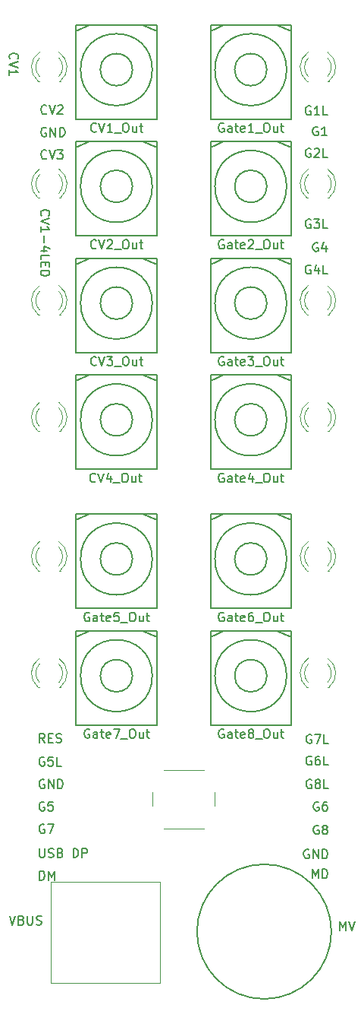
<source format=gbr>
G04 #@! TF.GenerationSoftware,KiCad,Pcbnew,(5.1.4)-1*
G04 #@! TF.CreationDate,2019-11-26T14:36:53+00:00*
G04 #@! TF.ProjectId,MidiMonger_controls,4d696469-4d6f-46e6-9765-725f636f6e74,rev?*
G04 #@! TF.SameCoordinates,Original*
G04 #@! TF.FileFunction,Legend,Top*
G04 #@! TF.FilePolarity,Positive*
%FSLAX46Y46*%
G04 Gerber Fmt 4.6, Leading zero omitted, Abs format (unit mm)*
G04 Created by KiCad (PCBNEW (5.1.4)-1) date 2019-11-26 14:36:53*
%MOMM*%
%LPD*%
G04 APERTURE LIST*
%ADD10C,0.150000*%
%ADD11C,0.120000*%
G04 APERTURE END LIST*
D10*
X133438095Y-141352380D02*
X133438095Y-140352380D01*
X133771428Y-141066666D01*
X134104761Y-140352380D01*
X134104761Y-141352380D01*
X134438095Y-140352380D02*
X134771428Y-141352380D01*
X135104761Y-140352380D01*
X130361904Y-135552380D02*
X130361904Y-134552380D01*
X130695238Y-135266666D01*
X131028571Y-134552380D01*
X131028571Y-135552380D01*
X131504761Y-135552380D02*
X131504761Y-134552380D01*
X131742857Y-134552380D01*
X131885714Y-134600000D01*
X131980952Y-134695238D01*
X132028571Y-134790476D01*
X132076190Y-134980952D01*
X132076190Y-135123809D01*
X132028571Y-135314285D01*
X131980952Y-135409523D01*
X131885714Y-135504761D01*
X131742857Y-135552380D01*
X131504761Y-135552380D01*
X129980952Y-132400000D02*
X129885714Y-132352380D01*
X129742857Y-132352380D01*
X129599999Y-132400000D01*
X129504761Y-132495238D01*
X129457142Y-132590476D01*
X129409523Y-132780952D01*
X129409523Y-132923809D01*
X129457142Y-133114285D01*
X129504761Y-133209523D01*
X129599999Y-133304761D01*
X129742857Y-133352380D01*
X129838095Y-133352380D01*
X129980952Y-133304761D01*
X130028571Y-133257142D01*
X130028571Y-132923809D01*
X129838095Y-132923809D01*
X130457142Y-133352380D02*
X130457142Y-132352380D01*
X131028571Y-133352380D01*
X131028571Y-132352380D01*
X131504761Y-133352380D02*
X131504761Y-132352380D01*
X131742857Y-132352380D01*
X131885714Y-132400000D01*
X131980952Y-132495238D01*
X132028571Y-132590476D01*
X132076190Y-132780952D01*
X132076190Y-132923809D01*
X132028571Y-133114285D01*
X131980952Y-133209523D01*
X131885714Y-133304761D01*
X131742857Y-133352380D01*
X131504761Y-133352380D01*
X131076190Y-129700000D02*
X130980952Y-129652380D01*
X130838095Y-129652380D01*
X130695237Y-129700000D01*
X130599999Y-129795238D01*
X130552380Y-129890476D01*
X130504761Y-130080952D01*
X130504761Y-130223809D01*
X130552380Y-130414285D01*
X130599999Y-130509523D01*
X130695237Y-130604761D01*
X130838095Y-130652380D01*
X130933333Y-130652380D01*
X131076190Y-130604761D01*
X131123809Y-130557142D01*
X131123809Y-130223809D01*
X130933333Y-130223809D01*
X131695237Y-130080952D02*
X131599999Y-130033333D01*
X131552380Y-129985714D01*
X131504761Y-129890476D01*
X131504761Y-129842857D01*
X131552380Y-129747619D01*
X131599999Y-129700000D01*
X131695237Y-129652380D01*
X131885714Y-129652380D01*
X131980952Y-129700000D01*
X132028571Y-129747619D01*
X132076190Y-129842857D01*
X132076190Y-129890476D01*
X132028571Y-129985714D01*
X131980952Y-130033333D01*
X131885714Y-130080952D01*
X131695237Y-130080952D01*
X131599999Y-130128571D01*
X131552380Y-130176190D01*
X131504761Y-130271428D01*
X131504761Y-130461904D01*
X131552380Y-130557142D01*
X131599999Y-130604761D01*
X131695237Y-130652380D01*
X131885714Y-130652380D01*
X131980952Y-130604761D01*
X132028571Y-130557142D01*
X132076190Y-130461904D01*
X132076190Y-130271428D01*
X132028571Y-130176190D01*
X131980952Y-130128571D01*
X131885714Y-130080952D01*
X131076190Y-127100000D02*
X130980952Y-127052380D01*
X130838095Y-127052380D01*
X130695237Y-127100000D01*
X130599999Y-127195238D01*
X130552380Y-127290476D01*
X130504761Y-127480952D01*
X130504761Y-127623809D01*
X130552380Y-127814285D01*
X130599999Y-127909523D01*
X130695237Y-128004761D01*
X130838095Y-128052380D01*
X130933333Y-128052380D01*
X131076190Y-128004761D01*
X131123809Y-127957142D01*
X131123809Y-127623809D01*
X130933333Y-127623809D01*
X131980952Y-127052380D02*
X131790476Y-127052380D01*
X131695237Y-127100000D01*
X131647618Y-127147619D01*
X131552380Y-127290476D01*
X131504761Y-127480952D01*
X131504761Y-127861904D01*
X131552380Y-127957142D01*
X131599999Y-128004761D01*
X131695237Y-128052380D01*
X131885714Y-128052380D01*
X131980952Y-128004761D01*
X132028571Y-127957142D01*
X132076190Y-127861904D01*
X132076190Y-127623809D01*
X132028571Y-127528571D01*
X131980952Y-127480952D01*
X131885714Y-127433333D01*
X131695237Y-127433333D01*
X131599999Y-127480952D01*
X131552380Y-127528571D01*
X131504761Y-127623809D01*
X130266666Y-124600000D02*
X130171428Y-124552380D01*
X130028571Y-124552380D01*
X129885714Y-124600000D01*
X129790475Y-124695238D01*
X129742856Y-124790476D01*
X129695237Y-124980952D01*
X129695237Y-125123809D01*
X129742856Y-125314285D01*
X129790475Y-125409523D01*
X129885714Y-125504761D01*
X130028571Y-125552380D01*
X130123809Y-125552380D01*
X130266666Y-125504761D01*
X130314285Y-125457142D01*
X130314285Y-125123809D01*
X130123809Y-125123809D01*
X130885714Y-124980952D02*
X130790475Y-124933333D01*
X130742856Y-124885714D01*
X130695237Y-124790476D01*
X130695237Y-124742857D01*
X130742856Y-124647619D01*
X130790475Y-124600000D01*
X130885714Y-124552380D01*
X131076190Y-124552380D01*
X131171428Y-124600000D01*
X131219047Y-124647619D01*
X131266666Y-124742857D01*
X131266666Y-124790476D01*
X131219047Y-124885714D01*
X131171428Y-124933333D01*
X131076190Y-124980952D01*
X130885714Y-124980952D01*
X130790475Y-125028571D01*
X130742856Y-125076190D01*
X130695237Y-125171428D01*
X130695237Y-125361904D01*
X130742856Y-125457142D01*
X130790475Y-125504761D01*
X130885714Y-125552380D01*
X131076190Y-125552380D01*
X131171428Y-125504761D01*
X131219047Y-125457142D01*
X131266666Y-125361904D01*
X131266666Y-125171428D01*
X131219047Y-125076190D01*
X131171428Y-125028571D01*
X131076190Y-124980952D01*
X132171428Y-125552380D02*
X131695237Y-125552380D01*
X131695237Y-124552380D01*
X130266666Y-122000000D02*
X130171428Y-121952380D01*
X130028571Y-121952380D01*
X129885714Y-122000000D01*
X129790475Y-122095238D01*
X129742856Y-122190476D01*
X129695237Y-122380952D01*
X129695237Y-122523809D01*
X129742856Y-122714285D01*
X129790475Y-122809523D01*
X129885714Y-122904761D01*
X130028571Y-122952380D01*
X130123809Y-122952380D01*
X130266666Y-122904761D01*
X130314285Y-122857142D01*
X130314285Y-122523809D01*
X130123809Y-122523809D01*
X131171428Y-121952380D02*
X130980952Y-121952380D01*
X130885714Y-122000000D01*
X130838094Y-122047619D01*
X130742856Y-122190476D01*
X130695237Y-122380952D01*
X130695237Y-122761904D01*
X130742856Y-122857142D01*
X130790475Y-122904761D01*
X130885714Y-122952380D01*
X131076190Y-122952380D01*
X131171428Y-122904761D01*
X131219047Y-122857142D01*
X131266666Y-122761904D01*
X131266666Y-122523809D01*
X131219047Y-122428571D01*
X131171428Y-122380952D01*
X131076190Y-122333333D01*
X130885714Y-122333333D01*
X130790475Y-122380952D01*
X130742856Y-122428571D01*
X130695237Y-122523809D01*
X132171428Y-122952380D02*
X131695237Y-122952380D01*
X131695237Y-121952380D01*
X130266666Y-119600000D02*
X130171428Y-119552380D01*
X130028571Y-119552380D01*
X129885714Y-119600000D01*
X129790475Y-119695238D01*
X129742856Y-119790476D01*
X129695237Y-119980952D01*
X129695237Y-120123809D01*
X129742856Y-120314285D01*
X129790475Y-120409523D01*
X129885714Y-120504761D01*
X130028571Y-120552380D01*
X130123809Y-120552380D01*
X130266666Y-120504761D01*
X130314285Y-120457142D01*
X130314285Y-120123809D01*
X130123809Y-120123809D01*
X130647618Y-119552380D02*
X131314285Y-119552380D01*
X130885714Y-120552380D01*
X132171428Y-120552380D02*
X131695237Y-120552380D01*
X131695237Y-119552380D01*
X96566666Y-139752380D02*
X96900000Y-140752380D01*
X97233333Y-139752380D01*
X97900000Y-140228571D02*
X98042857Y-140276190D01*
X98090476Y-140323809D01*
X98138095Y-140419047D01*
X98138095Y-140561904D01*
X98090476Y-140657142D01*
X98042857Y-140704761D01*
X97947619Y-140752380D01*
X97566666Y-140752380D01*
X97566666Y-139752380D01*
X97900000Y-139752380D01*
X97995238Y-139800000D01*
X98042857Y-139847619D01*
X98090476Y-139942857D01*
X98090476Y-140038095D01*
X98042857Y-140133333D01*
X97995238Y-140180952D01*
X97900000Y-140228571D01*
X97566666Y-140228571D01*
X98566666Y-139752380D02*
X98566666Y-140561904D01*
X98614285Y-140657142D01*
X98661904Y-140704761D01*
X98757142Y-140752380D01*
X98947619Y-140752380D01*
X99042857Y-140704761D01*
X99090476Y-140657142D01*
X99138095Y-140561904D01*
X99138095Y-139752380D01*
X99566666Y-140704761D02*
X99709523Y-140752380D01*
X99947619Y-140752380D01*
X100042857Y-140704761D01*
X100090476Y-140657142D01*
X100138095Y-140561904D01*
X100138095Y-140466666D01*
X100090476Y-140371428D01*
X100042857Y-140323809D01*
X99947619Y-140276190D01*
X99757142Y-140228571D01*
X99661904Y-140180952D01*
X99614285Y-140133333D01*
X99566666Y-140038095D01*
X99566666Y-139942857D01*
X99614285Y-139847619D01*
X99661904Y-139800000D01*
X99757142Y-139752380D01*
X99995238Y-139752380D01*
X100138095Y-139800000D01*
X99914285Y-135752380D02*
X99914285Y-134752380D01*
X100152380Y-134752380D01*
X100295238Y-134800000D01*
X100390476Y-134895238D01*
X100438095Y-134990476D01*
X100485714Y-135180952D01*
X100485714Y-135323809D01*
X100438095Y-135514285D01*
X100390476Y-135609523D01*
X100295238Y-135704761D01*
X100152380Y-135752380D01*
X99914285Y-135752380D01*
X100914285Y-135752380D02*
X100914285Y-134752380D01*
X101247619Y-135466666D01*
X101580952Y-134752380D01*
X101580952Y-135752380D01*
X99914285Y-132252380D02*
X99914285Y-133061904D01*
X99961904Y-133157142D01*
X100009523Y-133204761D01*
X100104762Y-133252380D01*
X100295238Y-133252380D01*
X100390476Y-133204761D01*
X100438095Y-133157142D01*
X100485714Y-133061904D01*
X100485714Y-132252380D01*
X100914285Y-133204761D02*
X101057143Y-133252380D01*
X101295238Y-133252380D01*
X101390476Y-133204761D01*
X101438095Y-133157142D01*
X101485714Y-133061904D01*
X101485714Y-132966666D01*
X101438095Y-132871428D01*
X101390476Y-132823809D01*
X101295238Y-132776190D01*
X101104762Y-132728571D01*
X101009523Y-132680952D01*
X100961904Y-132633333D01*
X100914285Y-132538095D01*
X100914285Y-132442857D01*
X100961904Y-132347619D01*
X101009523Y-132300000D01*
X101104762Y-132252380D01*
X101342857Y-132252380D01*
X101485714Y-132300000D01*
X102247619Y-132728571D02*
X102390476Y-132776190D01*
X102438095Y-132823809D01*
X102485714Y-132919047D01*
X102485714Y-133061904D01*
X102438095Y-133157142D01*
X102390476Y-133204761D01*
X102295238Y-133252380D01*
X101914285Y-133252380D01*
X101914285Y-132252380D01*
X102247619Y-132252380D01*
X102342857Y-132300000D01*
X102390476Y-132347619D01*
X102438095Y-132442857D01*
X102438095Y-132538095D01*
X102390476Y-132633333D01*
X102342857Y-132680952D01*
X102247619Y-132728571D01*
X101914285Y-132728571D01*
X103676190Y-133252380D02*
X103676190Y-132252380D01*
X103914285Y-132252380D01*
X104057143Y-132300000D01*
X104152381Y-132395238D01*
X104200000Y-132490476D01*
X104247619Y-132680952D01*
X104247619Y-132823809D01*
X104200000Y-133014285D01*
X104152381Y-133109523D01*
X104057143Y-133204761D01*
X103914285Y-133252380D01*
X103676190Y-133252380D01*
X104676190Y-133252380D02*
X104676190Y-132252380D01*
X105057143Y-132252380D01*
X105152381Y-132300000D01*
X105200000Y-132347619D01*
X105247619Y-132442857D01*
X105247619Y-132585714D01*
X105200000Y-132680952D01*
X105152381Y-132728571D01*
X105057143Y-132776190D01*
X104676190Y-132776190D01*
X100438095Y-129600000D02*
X100342857Y-129552380D01*
X100200000Y-129552380D01*
X100057142Y-129600000D01*
X99961904Y-129695238D01*
X99914285Y-129790476D01*
X99866666Y-129980952D01*
X99866666Y-130123809D01*
X99914285Y-130314285D01*
X99961904Y-130409523D01*
X100057142Y-130504761D01*
X100200000Y-130552380D01*
X100295238Y-130552380D01*
X100438095Y-130504761D01*
X100485714Y-130457142D01*
X100485714Y-130123809D01*
X100295238Y-130123809D01*
X100819047Y-129552380D02*
X101485714Y-129552380D01*
X101057142Y-130552380D01*
X100438095Y-127100000D02*
X100342857Y-127052380D01*
X100200000Y-127052380D01*
X100057142Y-127100000D01*
X99961904Y-127195238D01*
X99914285Y-127290476D01*
X99866666Y-127480952D01*
X99866666Y-127623809D01*
X99914285Y-127814285D01*
X99961904Y-127909523D01*
X100057142Y-128004761D01*
X100200000Y-128052380D01*
X100295238Y-128052380D01*
X100438095Y-128004761D01*
X100485714Y-127957142D01*
X100485714Y-127623809D01*
X100295238Y-127623809D01*
X101390476Y-127052380D02*
X100914285Y-127052380D01*
X100866666Y-127528571D01*
X100914285Y-127480952D01*
X101009523Y-127433333D01*
X101247619Y-127433333D01*
X101342857Y-127480952D01*
X101390476Y-127528571D01*
X101438095Y-127623809D01*
X101438095Y-127861904D01*
X101390476Y-127957142D01*
X101342857Y-128004761D01*
X101247619Y-128052380D01*
X101009523Y-128052380D01*
X100914285Y-128004761D01*
X100866666Y-127957142D01*
X100438095Y-124600000D02*
X100342857Y-124552380D01*
X100200000Y-124552380D01*
X100057142Y-124600000D01*
X99961904Y-124695238D01*
X99914285Y-124790476D01*
X99866666Y-124980952D01*
X99866666Y-125123809D01*
X99914285Y-125314285D01*
X99961904Y-125409523D01*
X100057142Y-125504761D01*
X100200000Y-125552380D01*
X100295238Y-125552380D01*
X100438095Y-125504761D01*
X100485714Y-125457142D01*
X100485714Y-125123809D01*
X100295238Y-125123809D01*
X100914285Y-125552380D02*
X100914285Y-124552380D01*
X101485714Y-125552380D01*
X101485714Y-124552380D01*
X101961904Y-125552380D02*
X101961904Y-124552380D01*
X102200000Y-124552380D01*
X102342857Y-124600000D01*
X102438095Y-124695238D01*
X102485714Y-124790476D01*
X102533333Y-124980952D01*
X102533333Y-125123809D01*
X102485714Y-125314285D01*
X102438095Y-125409523D01*
X102342857Y-125504761D01*
X102200000Y-125552380D01*
X101961904Y-125552380D01*
X100438095Y-122100000D02*
X100342857Y-122052380D01*
X100200000Y-122052380D01*
X100057143Y-122100000D01*
X99961904Y-122195238D01*
X99914285Y-122290476D01*
X99866666Y-122480952D01*
X99866666Y-122623809D01*
X99914285Y-122814285D01*
X99961904Y-122909523D01*
X100057143Y-123004761D01*
X100200000Y-123052380D01*
X100295238Y-123052380D01*
X100438095Y-123004761D01*
X100485714Y-122957142D01*
X100485714Y-122623809D01*
X100295238Y-122623809D01*
X101390476Y-122052380D02*
X100914285Y-122052380D01*
X100866666Y-122528571D01*
X100914285Y-122480952D01*
X101009523Y-122433333D01*
X101247619Y-122433333D01*
X101342857Y-122480952D01*
X101390476Y-122528571D01*
X101438095Y-122623809D01*
X101438095Y-122861904D01*
X101390476Y-122957142D01*
X101342857Y-123004761D01*
X101247619Y-123052380D01*
X101009523Y-123052380D01*
X100914285Y-123004761D01*
X100866666Y-122957142D01*
X102342857Y-123052380D02*
X101866666Y-123052380D01*
X101866666Y-122052380D01*
X100485714Y-120452380D02*
X100152381Y-119976190D01*
X99914285Y-120452380D02*
X99914285Y-119452380D01*
X100295238Y-119452380D01*
X100390476Y-119500000D01*
X100438095Y-119547619D01*
X100485714Y-119642857D01*
X100485714Y-119785714D01*
X100438095Y-119880952D01*
X100390476Y-119928571D01*
X100295238Y-119976190D01*
X99914285Y-119976190D01*
X100914285Y-119928571D02*
X101247619Y-119928571D01*
X101390476Y-120452380D02*
X100914285Y-120452380D01*
X100914285Y-119452380D01*
X101390476Y-119452380D01*
X101771428Y-120404761D02*
X101914285Y-120452380D01*
X102152381Y-120452380D01*
X102247619Y-120404761D01*
X102295238Y-120357142D01*
X102342857Y-120261904D01*
X102342857Y-120166666D01*
X102295238Y-120071428D01*
X102247619Y-120023809D01*
X102152381Y-119976190D01*
X101961904Y-119928571D01*
X101866666Y-119880952D01*
X101819047Y-119833333D01*
X101771428Y-119738095D01*
X101771428Y-119642857D01*
X101819047Y-119547619D01*
X101866666Y-119500000D01*
X101961904Y-119452380D01*
X102200000Y-119452380D01*
X102342857Y-119500000D01*
X130180952Y-67300000D02*
X130085714Y-67252380D01*
X129942857Y-67252380D01*
X129800000Y-67300000D01*
X129704761Y-67395238D01*
X129657142Y-67490476D01*
X129609523Y-67680952D01*
X129609523Y-67823809D01*
X129657142Y-68014285D01*
X129704761Y-68109523D01*
X129800000Y-68204761D01*
X129942857Y-68252380D01*
X130038095Y-68252380D01*
X130180952Y-68204761D01*
X130228571Y-68157142D01*
X130228571Y-67823809D01*
X130038095Y-67823809D01*
X131085714Y-67585714D02*
X131085714Y-68252380D01*
X130847619Y-67204761D02*
X130609523Y-67919047D01*
X131228571Y-67919047D01*
X132085714Y-68252380D02*
X131609523Y-68252380D01*
X131609523Y-67252380D01*
X130990476Y-64800000D02*
X130895238Y-64752380D01*
X130752381Y-64752380D01*
X130609523Y-64800000D01*
X130514285Y-64895238D01*
X130466666Y-64990476D01*
X130419047Y-65180952D01*
X130419047Y-65323809D01*
X130466666Y-65514285D01*
X130514285Y-65609523D01*
X130609523Y-65704761D01*
X130752381Y-65752380D01*
X130847619Y-65752380D01*
X130990476Y-65704761D01*
X131038095Y-65657142D01*
X131038095Y-65323809D01*
X130847619Y-65323809D01*
X131895238Y-65085714D02*
X131895238Y-65752380D01*
X131657142Y-64704761D02*
X131419047Y-65419047D01*
X132038095Y-65419047D01*
X130180952Y-62200000D02*
X130085714Y-62152380D01*
X129942857Y-62152380D01*
X129800000Y-62200000D01*
X129704761Y-62295238D01*
X129657142Y-62390476D01*
X129609523Y-62580952D01*
X129609523Y-62723809D01*
X129657142Y-62914285D01*
X129704761Y-63009523D01*
X129800000Y-63104761D01*
X129942857Y-63152380D01*
X130038095Y-63152380D01*
X130180952Y-63104761D01*
X130228571Y-63057142D01*
X130228571Y-62723809D01*
X130038095Y-62723809D01*
X130561904Y-62152380D02*
X131180952Y-62152380D01*
X130847619Y-62533333D01*
X130990476Y-62533333D01*
X131085714Y-62580952D01*
X131133333Y-62628571D01*
X131180952Y-62723809D01*
X131180952Y-62961904D01*
X131133333Y-63057142D01*
X131085714Y-63104761D01*
X130990476Y-63152380D01*
X130704761Y-63152380D01*
X130609523Y-63104761D01*
X130561904Y-63057142D01*
X132085714Y-63152380D02*
X131609523Y-63152380D01*
X131609523Y-62152380D01*
X130180952Y-54300000D02*
X130085714Y-54252380D01*
X129942857Y-54252380D01*
X129800000Y-54300000D01*
X129704761Y-54395238D01*
X129657142Y-54490476D01*
X129609523Y-54680952D01*
X129609523Y-54823809D01*
X129657142Y-55014285D01*
X129704761Y-55109523D01*
X129800000Y-55204761D01*
X129942857Y-55252380D01*
X130038095Y-55252380D01*
X130180952Y-55204761D01*
X130228571Y-55157142D01*
X130228571Y-54823809D01*
X130038095Y-54823809D01*
X130609523Y-54347619D02*
X130657142Y-54300000D01*
X130752380Y-54252380D01*
X130990476Y-54252380D01*
X131085714Y-54300000D01*
X131133333Y-54347619D01*
X131180952Y-54442857D01*
X131180952Y-54538095D01*
X131133333Y-54680952D01*
X130561904Y-55252380D01*
X131180952Y-55252380D01*
X132085714Y-55252380D02*
X131609523Y-55252380D01*
X131609523Y-54252380D01*
X130990476Y-51900000D02*
X130895238Y-51852380D01*
X130752381Y-51852380D01*
X130609523Y-51900000D01*
X130514285Y-51995238D01*
X130466666Y-52090476D01*
X130419047Y-52280952D01*
X130419047Y-52423809D01*
X130466666Y-52614285D01*
X130514285Y-52709523D01*
X130609523Y-52804761D01*
X130752381Y-52852380D01*
X130847619Y-52852380D01*
X130990476Y-52804761D01*
X131038095Y-52757142D01*
X131038095Y-52423809D01*
X130847619Y-52423809D01*
X131990476Y-52852380D02*
X131419047Y-52852380D01*
X131704762Y-52852380D02*
X131704762Y-51852380D01*
X131609523Y-51995238D01*
X131514285Y-52090476D01*
X131419047Y-52138095D01*
X130180952Y-49600000D02*
X130085714Y-49552380D01*
X129942857Y-49552380D01*
X129800000Y-49600000D01*
X129704761Y-49695238D01*
X129657142Y-49790476D01*
X129609523Y-49980952D01*
X129609523Y-50123809D01*
X129657142Y-50314285D01*
X129704761Y-50409523D01*
X129800000Y-50504761D01*
X129942857Y-50552380D01*
X130038095Y-50552380D01*
X130180952Y-50504761D01*
X130228571Y-50457142D01*
X130228571Y-50123809D01*
X130038095Y-50123809D01*
X131180952Y-50552380D02*
X130609523Y-50552380D01*
X130895238Y-50552380D02*
X130895238Y-49552380D01*
X130800000Y-49695238D01*
X130704761Y-49790476D01*
X130609523Y-49838095D01*
X132085714Y-50552380D02*
X131609523Y-50552380D01*
X131609523Y-49552380D01*
X100142857Y-61752380D02*
X100095238Y-61704761D01*
X100047619Y-61561904D01*
X100047619Y-61466666D01*
X100095238Y-61323809D01*
X100190476Y-61228571D01*
X100285714Y-61180952D01*
X100476190Y-61133333D01*
X100619047Y-61133333D01*
X100809523Y-61180952D01*
X100904761Y-61228571D01*
X101000000Y-61323809D01*
X101047619Y-61466666D01*
X101047619Y-61561904D01*
X101000000Y-61704761D01*
X100952380Y-61752380D01*
X101047619Y-62038095D02*
X100047619Y-62371428D01*
X101047619Y-62704761D01*
X100047619Y-63561904D02*
X100047619Y-62990476D01*
X100047619Y-63276190D02*
X101047619Y-63276190D01*
X100904761Y-63180952D01*
X100809523Y-63085714D01*
X100761904Y-62990476D01*
X100428571Y-63990476D02*
X100428571Y-64752380D01*
X100714285Y-65657142D02*
X100047619Y-65657142D01*
X101095238Y-65419047D02*
X100380952Y-65180952D01*
X100380952Y-65800000D01*
X100047619Y-66657142D02*
X100047619Y-66180952D01*
X101047619Y-66180952D01*
X100571428Y-66990476D02*
X100571428Y-67323809D01*
X100047619Y-67466666D02*
X100047619Y-66990476D01*
X101047619Y-66990476D01*
X101047619Y-67466666D01*
X100047619Y-67895238D02*
X101047619Y-67895238D01*
X101047619Y-68133333D01*
X101000000Y-68276190D01*
X100904761Y-68371428D01*
X100809523Y-68419047D01*
X100619047Y-68466666D01*
X100476190Y-68466666D01*
X100285714Y-68419047D01*
X100190476Y-68371428D01*
X100095238Y-68276190D01*
X100047619Y-68133333D01*
X100047619Y-67895238D01*
X100704761Y-55357142D02*
X100657142Y-55404761D01*
X100514285Y-55452380D01*
X100419047Y-55452380D01*
X100276190Y-55404761D01*
X100180952Y-55309523D01*
X100133333Y-55214285D01*
X100085714Y-55023809D01*
X100085714Y-54880952D01*
X100133333Y-54690476D01*
X100180952Y-54595238D01*
X100276190Y-54500000D01*
X100419047Y-54452380D01*
X100514285Y-54452380D01*
X100657142Y-54500000D01*
X100704761Y-54547619D01*
X100990476Y-54452380D02*
X101323809Y-55452380D01*
X101657142Y-54452380D01*
X101895238Y-54452380D02*
X102514285Y-54452380D01*
X102180952Y-54833333D01*
X102323809Y-54833333D01*
X102419047Y-54880952D01*
X102466666Y-54928571D01*
X102514285Y-55023809D01*
X102514285Y-55261904D01*
X102466666Y-55357142D01*
X102419047Y-55404761D01*
X102323809Y-55452380D01*
X102038095Y-55452380D01*
X101942857Y-55404761D01*
X101895238Y-55357142D01*
X100657142Y-52000000D02*
X100561904Y-51952380D01*
X100419047Y-51952380D01*
X100276189Y-52000000D01*
X100180951Y-52095238D01*
X100133332Y-52190476D01*
X100085713Y-52380952D01*
X100085713Y-52523809D01*
X100133332Y-52714285D01*
X100180951Y-52809523D01*
X100276189Y-52904761D01*
X100419047Y-52952380D01*
X100514285Y-52952380D01*
X100657142Y-52904761D01*
X100704761Y-52857142D01*
X100704761Y-52523809D01*
X100514285Y-52523809D01*
X101133332Y-52952380D02*
X101133332Y-51952380D01*
X101704761Y-52952380D01*
X101704761Y-51952380D01*
X102180951Y-52952380D02*
X102180951Y-51952380D01*
X102419047Y-51952380D01*
X102561904Y-52000000D01*
X102657142Y-52095238D01*
X102704761Y-52190476D01*
X102752380Y-52380952D01*
X102752380Y-52523809D01*
X102704761Y-52714285D01*
X102657142Y-52809523D01*
X102561904Y-52904761D01*
X102419047Y-52952380D01*
X102180951Y-52952380D01*
X100704761Y-50357142D02*
X100657142Y-50404761D01*
X100514285Y-50452380D01*
X100419047Y-50452380D01*
X100276190Y-50404761D01*
X100180952Y-50309523D01*
X100133333Y-50214285D01*
X100085714Y-50023809D01*
X100085714Y-49880952D01*
X100133333Y-49690476D01*
X100180952Y-49595238D01*
X100276190Y-49500000D01*
X100419047Y-49452380D01*
X100514285Y-49452380D01*
X100657142Y-49500000D01*
X100704761Y-49547619D01*
X100990476Y-49452380D02*
X101323809Y-50452380D01*
X101657142Y-49452380D01*
X101942857Y-49547619D02*
X101990476Y-49500000D01*
X102085714Y-49452380D01*
X102323809Y-49452380D01*
X102419047Y-49500000D01*
X102466666Y-49547619D01*
X102514285Y-49642857D01*
X102514285Y-49738095D01*
X102466666Y-49880952D01*
X101895238Y-50452380D01*
X102514285Y-50452380D01*
X96642857Y-44304761D02*
X96595238Y-44257142D01*
X96547619Y-44114285D01*
X96547619Y-44019047D01*
X96595238Y-43876190D01*
X96690476Y-43780952D01*
X96785714Y-43733333D01*
X96976190Y-43685714D01*
X97119047Y-43685714D01*
X97309523Y-43733333D01*
X97404761Y-43780952D01*
X97500000Y-43876190D01*
X97547619Y-44019047D01*
X97547619Y-44114285D01*
X97500000Y-44257142D01*
X97452380Y-44304761D01*
X97547619Y-44590476D02*
X96547619Y-44923809D01*
X97547619Y-45257142D01*
X96547619Y-46114285D02*
X96547619Y-45542857D01*
X96547619Y-45828571D02*
X97547619Y-45828571D01*
X97404761Y-45733333D01*
X97309523Y-45638095D01*
X97261904Y-45542857D01*
X132500000Y-141500000D02*
G75*
G03X132500000Y-141500000I-7500000J0D01*
G01*
D11*
X99921392Y-98057665D02*
G75*
G03X99764484Y-101290000I1078608J-1672335D01*
G01*
X102078608Y-98057665D02*
G75*
G02X102235516Y-101290000I-1078608J-1672335D01*
G01*
X99920163Y-98688870D02*
G75*
G03X99920000Y-100770961I1079837J-1041130D01*
G01*
X102079837Y-98688870D02*
G75*
G02X102080000Y-100770961I-1079837J-1041130D01*
G01*
X99764000Y-101290000D02*
X99920000Y-101290000D01*
X102080000Y-101290000D02*
X102236000Y-101290000D01*
X113350000Y-136000000D02*
X113350000Y-147200000D01*
X101150000Y-147200000D02*
X113350000Y-147200000D01*
X101150000Y-136000000D02*
X113350000Y-136000000D01*
X101150000Y-136000000D02*
X101150000Y-147200000D01*
D10*
X126400000Y-66500000D02*
X128000000Y-67200000D01*
X120500000Y-66500000D02*
X119000000Y-67200000D01*
X127500000Y-71500000D02*
G75*
G03X127500000Y-71500000I-4000000J0D01*
G01*
X119000000Y-66500000D02*
X128000000Y-66500000D01*
X119000000Y-77000000D02*
X128000000Y-77000000D01*
X119000000Y-66500000D02*
X119000000Y-77000000D01*
X128000000Y-66500000D02*
X128000000Y-77000000D01*
X125296051Y-71500000D02*
G75*
G03X125296051Y-71500000I-1796051J0D01*
G01*
X126400000Y-79500000D02*
X128000000Y-80200000D01*
X120500000Y-79500000D02*
X119000000Y-80200000D01*
X127500000Y-84500000D02*
G75*
G03X127500000Y-84500000I-4000000J0D01*
G01*
X119000000Y-79500000D02*
X128000000Y-79500000D01*
X119000000Y-90000000D02*
X128000000Y-90000000D01*
X119000000Y-79500000D02*
X119000000Y-90000000D01*
X128000000Y-79500000D02*
X128000000Y-90000000D01*
X125296051Y-84500000D02*
G75*
G03X125296051Y-84500000I-1796051J0D01*
G01*
X126400000Y-40500000D02*
X128000000Y-41200000D01*
X120500000Y-40500000D02*
X119000000Y-41200000D01*
X127500000Y-45500000D02*
G75*
G03X127500000Y-45500000I-4000000J0D01*
G01*
X119000000Y-40500000D02*
X128000000Y-40500000D01*
X119000000Y-51000000D02*
X128000000Y-51000000D01*
X119000000Y-40500000D02*
X119000000Y-51000000D01*
X128000000Y-40500000D02*
X128000000Y-51000000D01*
X125296051Y-45500000D02*
G75*
G03X125296051Y-45500000I-1796051J0D01*
G01*
X126400000Y-53500000D02*
X128000000Y-54200000D01*
X120500000Y-53500000D02*
X119000000Y-54200000D01*
X127500000Y-58500000D02*
G75*
G03X127500000Y-58500000I-4000000J0D01*
G01*
X119000000Y-53500000D02*
X128000000Y-53500000D01*
X119000000Y-64000000D02*
X128000000Y-64000000D01*
X119000000Y-53500000D02*
X119000000Y-64000000D01*
X128000000Y-53500000D02*
X128000000Y-64000000D01*
X125296051Y-58500000D02*
G75*
G03X125296051Y-58500000I-1796051J0D01*
G01*
X111400000Y-95000000D02*
X113000000Y-95700000D01*
X105500000Y-95000000D02*
X104000000Y-95700000D01*
X112500000Y-100000000D02*
G75*
G03X112500000Y-100000000I-4000000J0D01*
G01*
X104000000Y-95000000D02*
X113000000Y-95000000D01*
X104000000Y-105500000D02*
X113000000Y-105500000D01*
X104000000Y-95000000D02*
X104000000Y-105500000D01*
X113000000Y-95000000D02*
X113000000Y-105500000D01*
X110296051Y-100000000D02*
G75*
G03X110296051Y-100000000I-1796051J0D01*
G01*
X126400000Y-95000000D02*
X128000000Y-95700000D01*
X120500000Y-95000000D02*
X119000000Y-95700000D01*
X127500000Y-100000000D02*
G75*
G03X127500000Y-100000000I-4000000J0D01*
G01*
X119000000Y-95000000D02*
X128000000Y-95000000D01*
X119000000Y-105500000D02*
X128000000Y-105500000D01*
X119000000Y-95000000D02*
X119000000Y-105500000D01*
X128000000Y-95000000D02*
X128000000Y-105500000D01*
X125296051Y-100000000D02*
G75*
G03X125296051Y-100000000I-1796051J0D01*
G01*
X111400000Y-108000000D02*
X113000000Y-108700000D01*
X105500000Y-108000000D02*
X104000000Y-108700000D01*
X112500000Y-113000000D02*
G75*
G03X112500000Y-113000000I-4000000J0D01*
G01*
X104000000Y-108000000D02*
X113000000Y-108000000D01*
X104000000Y-118500000D02*
X113000000Y-118500000D01*
X104000000Y-108000000D02*
X104000000Y-118500000D01*
X113000000Y-108000000D02*
X113000000Y-118500000D01*
X110296051Y-113000000D02*
G75*
G03X110296051Y-113000000I-1796051J0D01*
G01*
X126400000Y-108000000D02*
X128000000Y-108700000D01*
X120500000Y-108000000D02*
X119000000Y-108700000D01*
X127500000Y-113000000D02*
G75*
G03X127500000Y-113000000I-4000000J0D01*
G01*
X119000000Y-108000000D02*
X128000000Y-108000000D01*
X119000000Y-118500000D02*
X128000000Y-118500000D01*
X119000000Y-108000000D02*
X119000000Y-118500000D01*
X128000000Y-108000000D02*
X128000000Y-118500000D01*
X125296051Y-113000000D02*
G75*
G03X125296051Y-113000000I-1796051J0D01*
G01*
X111400000Y-40500000D02*
X113000000Y-41200000D01*
X105500000Y-40500000D02*
X104000000Y-41200000D01*
X112500000Y-45500000D02*
G75*
G03X112500000Y-45500000I-4000000J0D01*
G01*
X104000000Y-40500000D02*
X113000000Y-40500000D01*
X104000000Y-51000000D02*
X113000000Y-51000000D01*
X104000000Y-40500000D02*
X104000000Y-51000000D01*
X113000000Y-40500000D02*
X113000000Y-51000000D01*
X110296051Y-45500000D02*
G75*
G03X110296051Y-45500000I-1796051J0D01*
G01*
X111400000Y-53500000D02*
X113000000Y-54200000D01*
X105500000Y-53500000D02*
X104000000Y-54200000D01*
X112500000Y-58500000D02*
G75*
G03X112500000Y-58500000I-4000000J0D01*
G01*
X104000000Y-53500000D02*
X113000000Y-53500000D01*
X104000000Y-64000000D02*
X113000000Y-64000000D01*
X104000000Y-53500000D02*
X104000000Y-64000000D01*
X113000000Y-53500000D02*
X113000000Y-64000000D01*
X110296051Y-58500000D02*
G75*
G03X110296051Y-58500000I-1796051J0D01*
G01*
X111400000Y-66500000D02*
X113000000Y-67200000D01*
X105500000Y-66500000D02*
X104000000Y-67200000D01*
X112500000Y-71500000D02*
G75*
G03X112500000Y-71500000I-4000000J0D01*
G01*
X104000000Y-66500000D02*
X113000000Y-66500000D01*
X104000000Y-77000000D02*
X113000000Y-77000000D01*
X104000000Y-66500000D02*
X104000000Y-77000000D01*
X113000000Y-66500000D02*
X113000000Y-77000000D01*
X110296051Y-71500000D02*
G75*
G03X110296051Y-71500000I-1796051J0D01*
G01*
X111400000Y-79500000D02*
X113000000Y-80200000D01*
X105500000Y-79500000D02*
X104000000Y-80200000D01*
X112500000Y-84500000D02*
G75*
G03X112500000Y-84500000I-4000000J0D01*
G01*
X104000000Y-79500000D02*
X113000000Y-79500000D01*
X104000000Y-90000000D02*
X113000000Y-90000000D01*
X104000000Y-79500000D02*
X104000000Y-90000000D01*
X113000000Y-79500000D02*
X113000000Y-90000000D01*
X110296051Y-84500000D02*
G75*
G03X110296051Y-84500000I-1796051J0D01*
G01*
D11*
X99921392Y-111057665D02*
G75*
G03X99764484Y-114290000I1078608J-1672335D01*
G01*
X102078608Y-111057665D02*
G75*
G02X102235516Y-114290000I-1078608J-1672335D01*
G01*
X99920163Y-111688870D02*
G75*
G03X99920000Y-113770961I1079837J-1041130D01*
G01*
X102079837Y-111688870D02*
G75*
G02X102080000Y-113770961I-1079837J-1041130D01*
G01*
X99764000Y-114290000D02*
X99920000Y-114290000D01*
X102080000Y-114290000D02*
X102236000Y-114290000D01*
X129921392Y-43557665D02*
G75*
G03X129764484Y-46790000I1078608J-1672335D01*
G01*
X132078608Y-43557665D02*
G75*
G02X132235516Y-46790000I-1078608J-1672335D01*
G01*
X129920163Y-44188870D02*
G75*
G03X129920000Y-46270961I1079837J-1041130D01*
G01*
X132079837Y-44188870D02*
G75*
G02X132080000Y-46270961I-1079837J-1041130D01*
G01*
X129764000Y-46790000D02*
X129920000Y-46790000D01*
X132080000Y-46790000D02*
X132236000Y-46790000D01*
X129921392Y-56557665D02*
G75*
G03X129764484Y-59790000I1078608J-1672335D01*
G01*
X132078608Y-56557665D02*
G75*
G02X132235516Y-59790000I-1078608J-1672335D01*
G01*
X129920163Y-57188870D02*
G75*
G03X129920000Y-59270961I1079837J-1041130D01*
G01*
X132079837Y-57188870D02*
G75*
G02X132080000Y-59270961I-1079837J-1041130D01*
G01*
X129764000Y-59790000D02*
X129920000Y-59790000D01*
X132080000Y-59790000D02*
X132236000Y-59790000D01*
X129921392Y-69557665D02*
G75*
G03X129764484Y-72790000I1078608J-1672335D01*
G01*
X132078608Y-69557665D02*
G75*
G02X132235516Y-72790000I-1078608J-1672335D01*
G01*
X129920163Y-70188870D02*
G75*
G03X129920000Y-72270961I1079837J-1041130D01*
G01*
X132079837Y-70188870D02*
G75*
G02X132080000Y-72270961I-1079837J-1041130D01*
G01*
X129764000Y-72790000D02*
X129920000Y-72790000D01*
X132080000Y-72790000D02*
X132236000Y-72790000D01*
X129921392Y-82557665D02*
G75*
G03X129764484Y-85790000I1078608J-1672335D01*
G01*
X132078608Y-82557665D02*
G75*
G02X132235516Y-85790000I-1078608J-1672335D01*
G01*
X129920163Y-83188870D02*
G75*
G03X129920000Y-85270961I1079837J-1041130D01*
G01*
X132079837Y-83188870D02*
G75*
G02X132080000Y-85270961I-1079837J-1041130D01*
G01*
X129764000Y-85790000D02*
X129920000Y-85790000D01*
X132080000Y-85790000D02*
X132236000Y-85790000D01*
X99921392Y-43557665D02*
G75*
G03X99764484Y-46790000I1078608J-1672335D01*
G01*
X102078608Y-43557665D02*
G75*
G02X102235516Y-46790000I-1078608J-1672335D01*
G01*
X99920163Y-44188870D02*
G75*
G03X99920000Y-46270961I1079837J-1041130D01*
G01*
X102079837Y-44188870D02*
G75*
G02X102080000Y-46270961I-1079837J-1041130D01*
G01*
X99764000Y-46790000D02*
X99920000Y-46790000D01*
X102080000Y-46790000D02*
X102236000Y-46790000D01*
X99921392Y-56557665D02*
G75*
G03X99764484Y-59790000I1078608J-1672335D01*
G01*
X102078608Y-56557665D02*
G75*
G02X102235516Y-59790000I-1078608J-1672335D01*
G01*
X99920163Y-57188870D02*
G75*
G03X99920000Y-59270961I1079837J-1041130D01*
G01*
X102079837Y-57188870D02*
G75*
G02X102080000Y-59270961I-1079837J-1041130D01*
G01*
X99764000Y-59790000D02*
X99920000Y-59790000D01*
X102080000Y-59790000D02*
X102236000Y-59790000D01*
X99921392Y-69557665D02*
G75*
G03X99764484Y-72790000I1078608J-1672335D01*
G01*
X102078608Y-69557665D02*
G75*
G02X102235516Y-72790000I-1078608J-1672335D01*
G01*
X99920163Y-70188870D02*
G75*
G03X99920000Y-72270961I1079837J-1041130D01*
G01*
X102079837Y-70188870D02*
G75*
G02X102080000Y-72270961I-1079837J-1041130D01*
G01*
X99764000Y-72790000D02*
X99920000Y-72790000D01*
X102080000Y-72790000D02*
X102236000Y-72790000D01*
X99921392Y-82557665D02*
G75*
G03X99764484Y-85790000I1078608J-1672335D01*
G01*
X102078608Y-82557665D02*
G75*
G02X102235516Y-85790000I-1078608J-1672335D01*
G01*
X99920163Y-83188870D02*
G75*
G03X99920000Y-85270961I1079837J-1041130D01*
G01*
X102079837Y-83188870D02*
G75*
G02X102080000Y-85270961I-1079837J-1041130D01*
G01*
X99764000Y-85790000D02*
X99920000Y-85790000D01*
X102080000Y-85790000D02*
X102236000Y-85790000D01*
X129921392Y-98057665D02*
G75*
G03X129764484Y-101290000I1078608J-1672335D01*
G01*
X132078608Y-98057665D02*
G75*
G02X132235516Y-101290000I-1078608J-1672335D01*
G01*
X129920163Y-98688870D02*
G75*
G03X129920000Y-100770961I1079837J-1041130D01*
G01*
X132079837Y-98688870D02*
G75*
G02X132080000Y-100770961I-1079837J-1041130D01*
G01*
X129764000Y-101290000D02*
X129920000Y-101290000D01*
X132080000Y-101290000D02*
X132236000Y-101290000D01*
X129921392Y-111057665D02*
G75*
G03X129764484Y-114290000I1078608J-1672335D01*
G01*
X132078608Y-111057665D02*
G75*
G02X132235516Y-114290000I-1078608J-1672335D01*
G01*
X129920163Y-111688870D02*
G75*
G03X129920000Y-113770961I1079837J-1041130D01*
G01*
X132079837Y-111688870D02*
G75*
G02X132080000Y-113770961I-1079837J-1041130D01*
G01*
X129764000Y-114290000D02*
X129920000Y-114290000D01*
X132080000Y-114290000D02*
X132236000Y-114290000D01*
X113750000Y-130000000D02*
X118250000Y-130000000D01*
X112500000Y-126000000D02*
X112500000Y-127500000D01*
X118250000Y-123500000D02*
X113750000Y-123500000D01*
X119500000Y-127500000D02*
X119500000Y-126000000D01*
D10*
X120476190Y-77500000D02*
X120380952Y-77452380D01*
X120238095Y-77452380D01*
X120095238Y-77500000D01*
X120000000Y-77595238D01*
X119952380Y-77690476D01*
X119904761Y-77880952D01*
X119904761Y-78023809D01*
X119952380Y-78214285D01*
X120000000Y-78309523D01*
X120095238Y-78404761D01*
X120238095Y-78452380D01*
X120333333Y-78452380D01*
X120476190Y-78404761D01*
X120523809Y-78357142D01*
X120523809Y-78023809D01*
X120333333Y-78023809D01*
X121380952Y-78452380D02*
X121380952Y-77928571D01*
X121333333Y-77833333D01*
X121238095Y-77785714D01*
X121047619Y-77785714D01*
X120952380Y-77833333D01*
X121380952Y-78404761D02*
X121285714Y-78452380D01*
X121047619Y-78452380D01*
X120952380Y-78404761D01*
X120904761Y-78309523D01*
X120904761Y-78214285D01*
X120952380Y-78119047D01*
X121047619Y-78071428D01*
X121285714Y-78071428D01*
X121380952Y-78023809D01*
X121714285Y-77785714D02*
X122095238Y-77785714D01*
X121857142Y-77452380D02*
X121857142Y-78309523D01*
X121904761Y-78404761D01*
X122000000Y-78452380D01*
X122095238Y-78452380D01*
X122809523Y-78404761D02*
X122714285Y-78452380D01*
X122523809Y-78452380D01*
X122428571Y-78404761D01*
X122380952Y-78309523D01*
X122380952Y-77928571D01*
X122428571Y-77833333D01*
X122523809Y-77785714D01*
X122714285Y-77785714D01*
X122809523Y-77833333D01*
X122857142Y-77928571D01*
X122857142Y-78023809D01*
X122380952Y-78119047D01*
X123190476Y-77452380D02*
X123809523Y-77452380D01*
X123476190Y-77833333D01*
X123619047Y-77833333D01*
X123714285Y-77880952D01*
X123761904Y-77928571D01*
X123809523Y-78023809D01*
X123809523Y-78261904D01*
X123761904Y-78357142D01*
X123714285Y-78404761D01*
X123619047Y-78452380D01*
X123333333Y-78452380D01*
X123238095Y-78404761D01*
X123190476Y-78357142D01*
X124000000Y-78547619D02*
X124761904Y-78547619D01*
X125190476Y-77452380D02*
X125380952Y-77452380D01*
X125476190Y-77500000D01*
X125571428Y-77595238D01*
X125619047Y-77785714D01*
X125619047Y-78119047D01*
X125571428Y-78309523D01*
X125476190Y-78404761D01*
X125380952Y-78452380D01*
X125190476Y-78452380D01*
X125095238Y-78404761D01*
X125000000Y-78309523D01*
X124952380Y-78119047D01*
X124952380Y-77785714D01*
X125000000Y-77595238D01*
X125095238Y-77500000D01*
X125190476Y-77452380D01*
X126476190Y-77785714D02*
X126476190Y-78452380D01*
X126047619Y-77785714D02*
X126047619Y-78309523D01*
X126095238Y-78404761D01*
X126190476Y-78452380D01*
X126333333Y-78452380D01*
X126428571Y-78404761D01*
X126476190Y-78357142D01*
X126809523Y-77785714D02*
X127190476Y-77785714D01*
X126952380Y-77452380D02*
X126952380Y-78309523D01*
X127000000Y-78404761D01*
X127095238Y-78452380D01*
X127190476Y-78452380D01*
X120476190Y-90500000D02*
X120380952Y-90452380D01*
X120238095Y-90452380D01*
X120095238Y-90500000D01*
X120000000Y-90595238D01*
X119952380Y-90690476D01*
X119904761Y-90880952D01*
X119904761Y-91023809D01*
X119952380Y-91214285D01*
X120000000Y-91309523D01*
X120095238Y-91404761D01*
X120238095Y-91452380D01*
X120333333Y-91452380D01*
X120476190Y-91404761D01*
X120523809Y-91357142D01*
X120523809Y-91023809D01*
X120333333Y-91023809D01*
X121380952Y-91452380D02*
X121380952Y-90928571D01*
X121333333Y-90833333D01*
X121238095Y-90785714D01*
X121047619Y-90785714D01*
X120952380Y-90833333D01*
X121380952Y-91404761D02*
X121285714Y-91452380D01*
X121047619Y-91452380D01*
X120952380Y-91404761D01*
X120904761Y-91309523D01*
X120904761Y-91214285D01*
X120952380Y-91119047D01*
X121047619Y-91071428D01*
X121285714Y-91071428D01*
X121380952Y-91023809D01*
X121714285Y-90785714D02*
X122095238Y-90785714D01*
X121857142Y-90452380D02*
X121857142Y-91309523D01*
X121904761Y-91404761D01*
X122000000Y-91452380D01*
X122095238Y-91452380D01*
X122809523Y-91404761D02*
X122714285Y-91452380D01*
X122523809Y-91452380D01*
X122428571Y-91404761D01*
X122380952Y-91309523D01*
X122380952Y-90928571D01*
X122428571Y-90833333D01*
X122523809Y-90785714D01*
X122714285Y-90785714D01*
X122809523Y-90833333D01*
X122857142Y-90928571D01*
X122857142Y-91023809D01*
X122380952Y-91119047D01*
X123714285Y-90785714D02*
X123714285Y-91452380D01*
X123476190Y-90404761D02*
X123238095Y-91119047D01*
X123857142Y-91119047D01*
X124000000Y-91547619D02*
X124761904Y-91547619D01*
X125190476Y-90452380D02*
X125380952Y-90452380D01*
X125476190Y-90500000D01*
X125571428Y-90595238D01*
X125619047Y-90785714D01*
X125619047Y-91119047D01*
X125571428Y-91309523D01*
X125476190Y-91404761D01*
X125380952Y-91452380D01*
X125190476Y-91452380D01*
X125095238Y-91404761D01*
X125000000Y-91309523D01*
X124952380Y-91119047D01*
X124952380Y-90785714D01*
X125000000Y-90595238D01*
X125095238Y-90500000D01*
X125190476Y-90452380D01*
X126476190Y-90785714D02*
X126476190Y-91452380D01*
X126047619Y-90785714D02*
X126047619Y-91309523D01*
X126095238Y-91404761D01*
X126190476Y-91452380D01*
X126333333Y-91452380D01*
X126428571Y-91404761D01*
X126476190Y-91357142D01*
X126809523Y-90785714D02*
X127190476Y-90785714D01*
X126952380Y-90452380D02*
X126952380Y-91309523D01*
X127000000Y-91404761D01*
X127095238Y-91452380D01*
X127190476Y-91452380D01*
X120476190Y-51500000D02*
X120380952Y-51452380D01*
X120238095Y-51452380D01*
X120095238Y-51500000D01*
X120000000Y-51595238D01*
X119952380Y-51690476D01*
X119904761Y-51880952D01*
X119904761Y-52023809D01*
X119952380Y-52214285D01*
X120000000Y-52309523D01*
X120095238Y-52404761D01*
X120238095Y-52452380D01*
X120333333Y-52452380D01*
X120476190Y-52404761D01*
X120523809Y-52357142D01*
X120523809Y-52023809D01*
X120333333Y-52023809D01*
X121380952Y-52452380D02*
X121380952Y-51928571D01*
X121333333Y-51833333D01*
X121238095Y-51785714D01*
X121047619Y-51785714D01*
X120952380Y-51833333D01*
X121380952Y-52404761D02*
X121285714Y-52452380D01*
X121047619Y-52452380D01*
X120952380Y-52404761D01*
X120904761Y-52309523D01*
X120904761Y-52214285D01*
X120952380Y-52119047D01*
X121047619Y-52071428D01*
X121285714Y-52071428D01*
X121380952Y-52023809D01*
X121714285Y-51785714D02*
X122095238Y-51785714D01*
X121857142Y-51452380D02*
X121857142Y-52309523D01*
X121904761Y-52404761D01*
X122000000Y-52452380D01*
X122095238Y-52452380D01*
X122809523Y-52404761D02*
X122714285Y-52452380D01*
X122523809Y-52452380D01*
X122428571Y-52404761D01*
X122380952Y-52309523D01*
X122380952Y-51928571D01*
X122428571Y-51833333D01*
X122523809Y-51785714D01*
X122714285Y-51785714D01*
X122809523Y-51833333D01*
X122857142Y-51928571D01*
X122857142Y-52023809D01*
X122380952Y-52119047D01*
X123809523Y-52452380D02*
X123238095Y-52452380D01*
X123523809Y-52452380D02*
X123523809Y-51452380D01*
X123428571Y-51595238D01*
X123333333Y-51690476D01*
X123238095Y-51738095D01*
X124000000Y-52547619D02*
X124761904Y-52547619D01*
X125190476Y-51452380D02*
X125380952Y-51452380D01*
X125476190Y-51500000D01*
X125571428Y-51595238D01*
X125619047Y-51785714D01*
X125619047Y-52119047D01*
X125571428Y-52309523D01*
X125476190Y-52404761D01*
X125380952Y-52452380D01*
X125190476Y-52452380D01*
X125095238Y-52404761D01*
X125000000Y-52309523D01*
X124952380Y-52119047D01*
X124952380Y-51785714D01*
X125000000Y-51595238D01*
X125095238Y-51500000D01*
X125190476Y-51452380D01*
X126476190Y-51785714D02*
X126476190Y-52452380D01*
X126047619Y-51785714D02*
X126047619Y-52309523D01*
X126095238Y-52404761D01*
X126190476Y-52452380D01*
X126333333Y-52452380D01*
X126428571Y-52404761D01*
X126476190Y-52357142D01*
X126809523Y-51785714D02*
X127190476Y-51785714D01*
X126952380Y-51452380D02*
X126952380Y-52309523D01*
X127000000Y-52404761D01*
X127095238Y-52452380D01*
X127190476Y-52452380D01*
X120476190Y-64500000D02*
X120380952Y-64452380D01*
X120238095Y-64452380D01*
X120095238Y-64500000D01*
X120000000Y-64595238D01*
X119952380Y-64690476D01*
X119904761Y-64880952D01*
X119904761Y-65023809D01*
X119952380Y-65214285D01*
X120000000Y-65309523D01*
X120095238Y-65404761D01*
X120238095Y-65452380D01*
X120333333Y-65452380D01*
X120476190Y-65404761D01*
X120523809Y-65357142D01*
X120523809Y-65023809D01*
X120333333Y-65023809D01*
X121380952Y-65452380D02*
X121380952Y-64928571D01*
X121333333Y-64833333D01*
X121238095Y-64785714D01*
X121047619Y-64785714D01*
X120952380Y-64833333D01*
X121380952Y-65404761D02*
X121285714Y-65452380D01*
X121047619Y-65452380D01*
X120952380Y-65404761D01*
X120904761Y-65309523D01*
X120904761Y-65214285D01*
X120952380Y-65119047D01*
X121047619Y-65071428D01*
X121285714Y-65071428D01*
X121380952Y-65023809D01*
X121714285Y-64785714D02*
X122095238Y-64785714D01*
X121857142Y-64452380D02*
X121857142Y-65309523D01*
X121904761Y-65404761D01*
X122000000Y-65452380D01*
X122095238Y-65452380D01*
X122809523Y-65404761D02*
X122714285Y-65452380D01*
X122523809Y-65452380D01*
X122428571Y-65404761D01*
X122380952Y-65309523D01*
X122380952Y-64928571D01*
X122428571Y-64833333D01*
X122523809Y-64785714D01*
X122714285Y-64785714D01*
X122809523Y-64833333D01*
X122857142Y-64928571D01*
X122857142Y-65023809D01*
X122380952Y-65119047D01*
X123238095Y-64547619D02*
X123285714Y-64500000D01*
X123380952Y-64452380D01*
X123619047Y-64452380D01*
X123714285Y-64500000D01*
X123761904Y-64547619D01*
X123809523Y-64642857D01*
X123809523Y-64738095D01*
X123761904Y-64880952D01*
X123190476Y-65452380D01*
X123809523Y-65452380D01*
X124000000Y-65547619D02*
X124761904Y-65547619D01*
X125190476Y-64452380D02*
X125380952Y-64452380D01*
X125476190Y-64500000D01*
X125571428Y-64595238D01*
X125619047Y-64785714D01*
X125619047Y-65119047D01*
X125571428Y-65309523D01*
X125476190Y-65404761D01*
X125380952Y-65452380D01*
X125190476Y-65452380D01*
X125095238Y-65404761D01*
X125000000Y-65309523D01*
X124952380Y-65119047D01*
X124952380Y-64785714D01*
X125000000Y-64595238D01*
X125095238Y-64500000D01*
X125190476Y-64452380D01*
X126476190Y-64785714D02*
X126476190Y-65452380D01*
X126047619Y-64785714D02*
X126047619Y-65309523D01*
X126095238Y-65404761D01*
X126190476Y-65452380D01*
X126333333Y-65452380D01*
X126428571Y-65404761D01*
X126476190Y-65357142D01*
X126809523Y-64785714D02*
X127190476Y-64785714D01*
X126952380Y-64452380D02*
X126952380Y-65309523D01*
X127000000Y-65404761D01*
X127095238Y-65452380D01*
X127190476Y-65452380D01*
X105476190Y-106000000D02*
X105380952Y-105952380D01*
X105238095Y-105952380D01*
X105095238Y-106000000D01*
X105000000Y-106095238D01*
X104952380Y-106190476D01*
X104904761Y-106380952D01*
X104904761Y-106523809D01*
X104952380Y-106714285D01*
X105000000Y-106809523D01*
X105095238Y-106904761D01*
X105238095Y-106952380D01*
X105333333Y-106952380D01*
X105476190Y-106904761D01*
X105523809Y-106857142D01*
X105523809Y-106523809D01*
X105333333Y-106523809D01*
X106380952Y-106952380D02*
X106380952Y-106428571D01*
X106333333Y-106333333D01*
X106238095Y-106285714D01*
X106047619Y-106285714D01*
X105952380Y-106333333D01*
X106380952Y-106904761D02*
X106285714Y-106952380D01*
X106047619Y-106952380D01*
X105952380Y-106904761D01*
X105904761Y-106809523D01*
X105904761Y-106714285D01*
X105952380Y-106619047D01*
X106047619Y-106571428D01*
X106285714Y-106571428D01*
X106380952Y-106523809D01*
X106714285Y-106285714D02*
X107095238Y-106285714D01*
X106857142Y-105952380D02*
X106857142Y-106809523D01*
X106904761Y-106904761D01*
X107000000Y-106952380D01*
X107095238Y-106952380D01*
X107809523Y-106904761D02*
X107714285Y-106952380D01*
X107523809Y-106952380D01*
X107428571Y-106904761D01*
X107380952Y-106809523D01*
X107380952Y-106428571D01*
X107428571Y-106333333D01*
X107523809Y-106285714D01*
X107714285Y-106285714D01*
X107809523Y-106333333D01*
X107857142Y-106428571D01*
X107857142Y-106523809D01*
X107380952Y-106619047D01*
X108761904Y-105952380D02*
X108285714Y-105952380D01*
X108238095Y-106428571D01*
X108285714Y-106380952D01*
X108380952Y-106333333D01*
X108619047Y-106333333D01*
X108714285Y-106380952D01*
X108761904Y-106428571D01*
X108809523Y-106523809D01*
X108809523Y-106761904D01*
X108761904Y-106857142D01*
X108714285Y-106904761D01*
X108619047Y-106952380D01*
X108380952Y-106952380D01*
X108285714Y-106904761D01*
X108238095Y-106857142D01*
X109000000Y-107047619D02*
X109761904Y-107047619D01*
X110190476Y-105952380D02*
X110380952Y-105952380D01*
X110476190Y-106000000D01*
X110571428Y-106095238D01*
X110619047Y-106285714D01*
X110619047Y-106619047D01*
X110571428Y-106809523D01*
X110476190Y-106904761D01*
X110380952Y-106952380D01*
X110190476Y-106952380D01*
X110095238Y-106904761D01*
X110000000Y-106809523D01*
X109952380Y-106619047D01*
X109952380Y-106285714D01*
X110000000Y-106095238D01*
X110095238Y-106000000D01*
X110190476Y-105952380D01*
X111476190Y-106285714D02*
X111476190Y-106952380D01*
X111047619Y-106285714D02*
X111047619Y-106809523D01*
X111095238Y-106904761D01*
X111190476Y-106952380D01*
X111333333Y-106952380D01*
X111428571Y-106904761D01*
X111476190Y-106857142D01*
X111809523Y-106285714D02*
X112190476Y-106285714D01*
X111952380Y-105952380D02*
X111952380Y-106809523D01*
X112000000Y-106904761D01*
X112095238Y-106952380D01*
X112190476Y-106952380D01*
X120476190Y-106000000D02*
X120380952Y-105952380D01*
X120238095Y-105952380D01*
X120095238Y-106000000D01*
X120000000Y-106095238D01*
X119952380Y-106190476D01*
X119904761Y-106380952D01*
X119904761Y-106523809D01*
X119952380Y-106714285D01*
X120000000Y-106809523D01*
X120095238Y-106904761D01*
X120238095Y-106952380D01*
X120333333Y-106952380D01*
X120476190Y-106904761D01*
X120523809Y-106857142D01*
X120523809Y-106523809D01*
X120333333Y-106523809D01*
X121380952Y-106952380D02*
X121380952Y-106428571D01*
X121333333Y-106333333D01*
X121238095Y-106285714D01*
X121047619Y-106285714D01*
X120952380Y-106333333D01*
X121380952Y-106904761D02*
X121285714Y-106952380D01*
X121047619Y-106952380D01*
X120952380Y-106904761D01*
X120904761Y-106809523D01*
X120904761Y-106714285D01*
X120952380Y-106619047D01*
X121047619Y-106571428D01*
X121285714Y-106571428D01*
X121380952Y-106523809D01*
X121714285Y-106285714D02*
X122095238Y-106285714D01*
X121857142Y-105952380D02*
X121857142Y-106809523D01*
X121904761Y-106904761D01*
X122000000Y-106952380D01*
X122095238Y-106952380D01*
X122809523Y-106904761D02*
X122714285Y-106952380D01*
X122523809Y-106952380D01*
X122428571Y-106904761D01*
X122380952Y-106809523D01*
X122380952Y-106428571D01*
X122428571Y-106333333D01*
X122523809Y-106285714D01*
X122714285Y-106285714D01*
X122809523Y-106333333D01*
X122857142Y-106428571D01*
X122857142Y-106523809D01*
X122380952Y-106619047D01*
X123714285Y-105952380D02*
X123523809Y-105952380D01*
X123428571Y-106000000D01*
X123380952Y-106047619D01*
X123285714Y-106190476D01*
X123238095Y-106380952D01*
X123238095Y-106761904D01*
X123285714Y-106857142D01*
X123333333Y-106904761D01*
X123428571Y-106952380D01*
X123619047Y-106952380D01*
X123714285Y-106904761D01*
X123761904Y-106857142D01*
X123809523Y-106761904D01*
X123809523Y-106523809D01*
X123761904Y-106428571D01*
X123714285Y-106380952D01*
X123619047Y-106333333D01*
X123428571Y-106333333D01*
X123333333Y-106380952D01*
X123285714Y-106428571D01*
X123238095Y-106523809D01*
X124000000Y-107047619D02*
X124761904Y-107047619D01*
X125190476Y-105952380D02*
X125380952Y-105952380D01*
X125476190Y-106000000D01*
X125571428Y-106095238D01*
X125619047Y-106285714D01*
X125619047Y-106619047D01*
X125571428Y-106809523D01*
X125476190Y-106904761D01*
X125380952Y-106952380D01*
X125190476Y-106952380D01*
X125095238Y-106904761D01*
X125000000Y-106809523D01*
X124952380Y-106619047D01*
X124952380Y-106285714D01*
X125000000Y-106095238D01*
X125095238Y-106000000D01*
X125190476Y-105952380D01*
X126476190Y-106285714D02*
X126476190Y-106952380D01*
X126047619Y-106285714D02*
X126047619Y-106809523D01*
X126095238Y-106904761D01*
X126190476Y-106952380D01*
X126333333Y-106952380D01*
X126428571Y-106904761D01*
X126476190Y-106857142D01*
X126809523Y-106285714D02*
X127190476Y-106285714D01*
X126952380Y-105952380D02*
X126952380Y-106809523D01*
X127000000Y-106904761D01*
X127095238Y-106952380D01*
X127190476Y-106952380D01*
X105476190Y-119000000D02*
X105380952Y-118952380D01*
X105238095Y-118952380D01*
X105095238Y-119000000D01*
X105000000Y-119095238D01*
X104952380Y-119190476D01*
X104904761Y-119380952D01*
X104904761Y-119523809D01*
X104952380Y-119714285D01*
X105000000Y-119809523D01*
X105095238Y-119904761D01*
X105238095Y-119952380D01*
X105333333Y-119952380D01*
X105476190Y-119904761D01*
X105523809Y-119857142D01*
X105523809Y-119523809D01*
X105333333Y-119523809D01*
X106380952Y-119952380D02*
X106380952Y-119428571D01*
X106333333Y-119333333D01*
X106238095Y-119285714D01*
X106047619Y-119285714D01*
X105952380Y-119333333D01*
X106380952Y-119904761D02*
X106285714Y-119952380D01*
X106047619Y-119952380D01*
X105952380Y-119904761D01*
X105904761Y-119809523D01*
X105904761Y-119714285D01*
X105952380Y-119619047D01*
X106047619Y-119571428D01*
X106285714Y-119571428D01*
X106380952Y-119523809D01*
X106714285Y-119285714D02*
X107095238Y-119285714D01*
X106857142Y-118952380D02*
X106857142Y-119809523D01*
X106904761Y-119904761D01*
X107000000Y-119952380D01*
X107095238Y-119952380D01*
X107809523Y-119904761D02*
X107714285Y-119952380D01*
X107523809Y-119952380D01*
X107428571Y-119904761D01*
X107380952Y-119809523D01*
X107380952Y-119428571D01*
X107428571Y-119333333D01*
X107523809Y-119285714D01*
X107714285Y-119285714D01*
X107809523Y-119333333D01*
X107857142Y-119428571D01*
X107857142Y-119523809D01*
X107380952Y-119619047D01*
X108190476Y-118952380D02*
X108857142Y-118952380D01*
X108428571Y-119952380D01*
X109000000Y-120047619D02*
X109761904Y-120047619D01*
X110190476Y-118952380D02*
X110380952Y-118952380D01*
X110476190Y-119000000D01*
X110571428Y-119095238D01*
X110619047Y-119285714D01*
X110619047Y-119619047D01*
X110571428Y-119809523D01*
X110476190Y-119904761D01*
X110380952Y-119952380D01*
X110190476Y-119952380D01*
X110095238Y-119904761D01*
X110000000Y-119809523D01*
X109952380Y-119619047D01*
X109952380Y-119285714D01*
X110000000Y-119095238D01*
X110095238Y-119000000D01*
X110190476Y-118952380D01*
X111476190Y-119285714D02*
X111476190Y-119952380D01*
X111047619Y-119285714D02*
X111047619Y-119809523D01*
X111095238Y-119904761D01*
X111190476Y-119952380D01*
X111333333Y-119952380D01*
X111428571Y-119904761D01*
X111476190Y-119857142D01*
X111809523Y-119285714D02*
X112190476Y-119285714D01*
X111952380Y-118952380D02*
X111952380Y-119809523D01*
X112000000Y-119904761D01*
X112095238Y-119952380D01*
X112190476Y-119952380D01*
X120476190Y-119000000D02*
X120380952Y-118952380D01*
X120238095Y-118952380D01*
X120095238Y-119000000D01*
X120000000Y-119095238D01*
X119952380Y-119190476D01*
X119904761Y-119380952D01*
X119904761Y-119523809D01*
X119952380Y-119714285D01*
X120000000Y-119809523D01*
X120095238Y-119904761D01*
X120238095Y-119952380D01*
X120333333Y-119952380D01*
X120476190Y-119904761D01*
X120523809Y-119857142D01*
X120523809Y-119523809D01*
X120333333Y-119523809D01*
X121380952Y-119952380D02*
X121380952Y-119428571D01*
X121333333Y-119333333D01*
X121238095Y-119285714D01*
X121047619Y-119285714D01*
X120952380Y-119333333D01*
X121380952Y-119904761D02*
X121285714Y-119952380D01*
X121047619Y-119952380D01*
X120952380Y-119904761D01*
X120904761Y-119809523D01*
X120904761Y-119714285D01*
X120952380Y-119619047D01*
X121047619Y-119571428D01*
X121285714Y-119571428D01*
X121380952Y-119523809D01*
X121714285Y-119285714D02*
X122095238Y-119285714D01*
X121857142Y-118952380D02*
X121857142Y-119809523D01*
X121904761Y-119904761D01*
X122000000Y-119952380D01*
X122095238Y-119952380D01*
X122809523Y-119904761D02*
X122714285Y-119952380D01*
X122523809Y-119952380D01*
X122428571Y-119904761D01*
X122380952Y-119809523D01*
X122380952Y-119428571D01*
X122428571Y-119333333D01*
X122523809Y-119285714D01*
X122714285Y-119285714D01*
X122809523Y-119333333D01*
X122857142Y-119428571D01*
X122857142Y-119523809D01*
X122380952Y-119619047D01*
X123428571Y-119380952D02*
X123333333Y-119333333D01*
X123285714Y-119285714D01*
X123238095Y-119190476D01*
X123238095Y-119142857D01*
X123285714Y-119047619D01*
X123333333Y-119000000D01*
X123428571Y-118952380D01*
X123619047Y-118952380D01*
X123714285Y-119000000D01*
X123761904Y-119047619D01*
X123809523Y-119142857D01*
X123809523Y-119190476D01*
X123761904Y-119285714D01*
X123714285Y-119333333D01*
X123619047Y-119380952D01*
X123428571Y-119380952D01*
X123333333Y-119428571D01*
X123285714Y-119476190D01*
X123238095Y-119571428D01*
X123238095Y-119761904D01*
X123285714Y-119857142D01*
X123333333Y-119904761D01*
X123428571Y-119952380D01*
X123619047Y-119952380D01*
X123714285Y-119904761D01*
X123761904Y-119857142D01*
X123809523Y-119761904D01*
X123809523Y-119571428D01*
X123761904Y-119476190D01*
X123714285Y-119428571D01*
X123619047Y-119380952D01*
X124000000Y-120047619D02*
X124761904Y-120047619D01*
X125190476Y-118952380D02*
X125380952Y-118952380D01*
X125476190Y-119000000D01*
X125571428Y-119095238D01*
X125619047Y-119285714D01*
X125619047Y-119619047D01*
X125571428Y-119809523D01*
X125476190Y-119904761D01*
X125380952Y-119952380D01*
X125190476Y-119952380D01*
X125095238Y-119904761D01*
X125000000Y-119809523D01*
X124952380Y-119619047D01*
X124952380Y-119285714D01*
X125000000Y-119095238D01*
X125095238Y-119000000D01*
X125190476Y-118952380D01*
X126476190Y-119285714D02*
X126476190Y-119952380D01*
X126047619Y-119285714D02*
X126047619Y-119809523D01*
X126095238Y-119904761D01*
X126190476Y-119952380D01*
X126333333Y-119952380D01*
X126428571Y-119904761D01*
X126476190Y-119857142D01*
X126809523Y-119285714D02*
X127190476Y-119285714D01*
X126952380Y-118952380D02*
X126952380Y-119809523D01*
X127000000Y-119904761D01*
X127095238Y-119952380D01*
X127190476Y-119952380D01*
X106261904Y-52357142D02*
X106214285Y-52404761D01*
X106071428Y-52452380D01*
X105976190Y-52452380D01*
X105833333Y-52404761D01*
X105738095Y-52309523D01*
X105690476Y-52214285D01*
X105642857Y-52023809D01*
X105642857Y-51880952D01*
X105690476Y-51690476D01*
X105738095Y-51595238D01*
X105833333Y-51500000D01*
X105976190Y-51452380D01*
X106071428Y-51452380D01*
X106214285Y-51500000D01*
X106261904Y-51547619D01*
X106547619Y-51452380D02*
X106880952Y-52452380D01*
X107214285Y-51452380D01*
X108071428Y-52452380D02*
X107500000Y-52452380D01*
X107785714Y-52452380D02*
X107785714Y-51452380D01*
X107690476Y-51595238D01*
X107595238Y-51690476D01*
X107500000Y-51738095D01*
X108261904Y-52547619D02*
X109023809Y-52547619D01*
X109452380Y-51452380D02*
X109642857Y-51452380D01*
X109738095Y-51500000D01*
X109833333Y-51595238D01*
X109880952Y-51785714D01*
X109880952Y-52119047D01*
X109833333Y-52309523D01*
X109738095Y-52404761D01*
X109642857Y-52452380D01*
X109452380Y-52452380D01*
X109357142Y-52404761D01*
X109261904Y-52309523D01*
X109214285Y-52119047D01*
X109214285Y-51785714D01*
X109261904Y-51595238D01*
X109357142Y-51500000D01*
X109452380Y-51452380D01*
X110738095Y-51785714D02*
X110738095Y-52452380D01*
X110309523Y-51785714D02*
X110309523Y-52309523D01*
X110357142Y-52404761D01*
X110452380Y-52452380D01*
X110595238Y-52452380D01*
X110690476Y-52404761D01*
X110738095Y-52357142D01*
X111071428Y-51785714D02*
X111452380Y-51785714D01*
X111214285Y-51452380D02*
X111214285Y-52309523D01*
X111261904Y-52404761D01*
X111357142Y-52452380D01*
X111452380Y-52452380D01*
X106261904Y-65357142D02*
X106214285Y-65404761D01*
X106071428Y-65452380D01*
X105976190Y-65452380D01*
X105833333Y-65404761D01*
X105738095Y-65309523D01*
X105690476Y-65214285D01*
X105642857Y-65023809D01*
X105642857Y-64880952D01*
X105690476Y-64690476D01*
X105738095Y-64595238D01*
X105833333Y-64500000D01*
X105976190Y-64452380D01*
X106071428Y-64452380D01*
X106214285Y-64500000D01*
X106261904Y-64547619D01*
X106547619Y-64452380D02*
X106880952Y-65452380D01*
X107214285Y-64452380D01*
X107500000Y-64547619D02*
X107547619Y-64500000D01*
X107642857Y-64452380D01*
X107880952Y-64452380D01*
X107976190Y-64500000D01*
X108023809Y-64547619D01*
X108071428Y-64642857D01*
X108071428Y-64738095D01*
X108023809Y-64880952D01*
X107452380Y-65452380D01*
X108071428Y-65452380D01*
X108261904Y-65547619D02*
X109023809Y-65547619D01*
X109452380Y-64452380D02*
X109642857Y-64452380D01*
X109738095Y-64500000D01*
X109833333Y-64595238D01*
X109880952Y-64785714D01*
X109880952Y-65119047D01*
X109833333Y-65309523D01*
X109738095Y-65404761D01*
X109642857Y-65452380D01*
X109452380Y-65452380D01*
X109357142Y-65404761D01*
X109261904Y-65309523D01*
X109214285Y-65119047D01*
X109214285Y-64785714D01*
X109261904Y-64595238D01*
X109357142Y-64500000D01*
X109452380Y-64452380D01*
X110738095Y-64785714D02*
X110738095Y-65452380D01*
X110309523Y-64785714D02*
X110309523Y-65309523D01*
X110357142Y-65404761D01*
X110452380Y-65452380D01*
X110595238Y-65452380D01*
X110690476Y-65404761D01*
X110738095Y-65357142D01*
X111071428Y-64785714D02*
X111452380Y-64785714D01*
X111214285Y-64452380D02*
X111214285Y-65309523D01*
X111261904Y-65404761D01*
X111357142Y-65452380D01*
X111452380Y-65452380D01*
X106261904Y-78357142D02*
X106214285Y-78404761D01*
X106071428Y-78452380D01*
X105976190Y-78452380D01*
X105833333Y-78404761D01*
X105738095Y-78309523D01*
X105690476Y-78214285D01*
X105642857Y-78023809D01*
X105642857Y-77880952D01*
X105690476Y-77690476D01*
X105738095Y-77595238D01*
X105833333Y-77500000D01*
X105976190Y-77452380D01*
X106071428Y-77452380D01*
X106214285Y-77500000D01*
X106261904Y-77547619D01*
X106547619Y-77452380D02*
X106880952Y-78452380D01*
X107214285Y-77452380D01*
X107452380Y-77452380D02*
X108071428Y-77452380D01*
X107738095Y-77833333D01*
X107880952Y-77833333D01*
X107976190Y-77880952D01*
X108023809Y-77928571D01*
X108071428Y-78023809D01*
X108071428Y-78261904D01*
X108023809Y-78357142D01*
X107976190Y-78404761D01*
X107880952Y-78452380D01*
X107595238Y-78452380D01*
X107500000Y-78404761D01*
X107452380Y-78357142D01*
X108261904Y-78547619D02*
X109023809Y-78547619D01*
X109452380Y-77452380D02*
X109642857Y-77452380D01*
X109738095Y-77500000D01*
X109833333Y-77595238D01*
X109880952Y-77785714D01*
X109880952Y-78119047D01*
X109833333Y-78309523D01*
X109738095Y-78404761D01*
X109642857Y-78452380D01*
X109452380Y-78452380D01*
X109357142Y-78404761D01*
X109261904Y-78309523D01*
X109214285Y-78119047D01*
X109214285Y-77785714D01*
X109261904Y-77595238D01*
X109357142Y-77500000D01*
X109452380Y-77452380D01*
X110738095Y-77785714D02*
X110738095Y-78452380D01*
X110309523Y-77785714D02*
X110309523Y-78309523D01*
X110357142Y-78404761D01*
X110452380Y-78452380D01*
X110595238Y-78452380D01*
X110690476Y-78404761D01*
X110738095Y-78357142D01*
X111071428Y-77785714D02*
X111452380Y-77785714D01*
X111214285Y-77452380D02*
X111214285Y-78309523D01*
X111261904Y-78404761D01*
X111357142Y-78452380D01*
X111452380Y-78452380D01*
X106161904Y-91357142D02*
X106114285Y-91404761D01*
X105971428Y-91452380D01*
X105876190Y-91452380D01*
X105733333Y-91404761D01*
X105638095Y-91309523D01*
X105590476Y-91214285D01*
X105542857Y-91023809D01*
X105542857Y-90880952D01*
X105590476Y-90690476D01*
X105638095Y-90595238D01*
X105733333Y-90500000D01*
X105876190Y-90452380D01*
X105971428Y-90452380D01*
X106114285Y-90500000D01*
X106161904Y-90547619D01*
X106447619Y-90452380D02*
X106780952Y-91452380D01*
X107114285Y-90452380D01*
X107876190Y-90785714D02*
X107876190Y-91452380D01*
X107638095Y-90404761D02*
X107400000Y-91119047D01*
X108019047Y-91119047D01*
X108161904Y-91547619D02*
X108923809Y-91547619D01*
X109352380Y-90452380D02*
X109542857Y-90452380D01*
X109638095Y-90500000D01*
X109733333Y-90595238D01*
X109780952Y-90785714D01*
X109780952Y-91119047D01*
X109733333Y-91309523D01*
X109638095Y-91404761D01*
X109542857Y-91452380D01*
X109352380Y-91452380D01*
X109257142Y-91404761D01*
X109161904Y-91309523D01*
X109114285Y-91119047D01*
X109114285Y-90785714D01*
X109161904Y-90595238D01*
X109257142Y-90500000D01*
X109352380Y-90452380D01*
X110638095Y-90785714D02*
X110638095Y-91452380D01*
X110209523Y-90785714D02*
X110209523Y-91309523D01*
X110257142Y-91404761D01*
X110352380Y-91452380D01*
X110495238Y-91452380D01*
X110590476Y-91404761D01*
X110638095Y-91357142D01*
X110971428Y-90785714D02*
X111352380Y-90785714D01*
X111114285Y-90452380D02*
X111114285Y-91309523D01*
X111161904Y-91404761D01*
X111257142Y-91452380D01*
X111352380Y-91452380D01*
M02*

</source>
